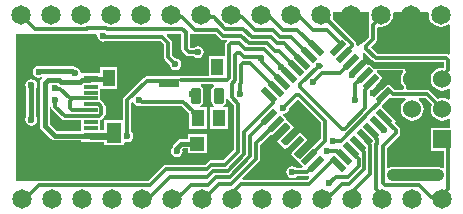
<source format=gtl>
G04*
G04 #@! TF.GenerationSoftware,Altium Limited,Altium Designer,20.1.10 (176)*
G04*
G04 Layer_Physical_Order=1*
G04 Layer_Color=255*
%FSLAX25Y25*%
%MOIN*%
G70*
G04*
G04 #@! TF.SameCoordinates,773EA745-F9F6-403D-839C-D9EBE2D74CCE*
G04*
G04*
G04 #@! TF.FilePolarity,Positive*
G04*
G01*
G75*
%ADD10C,0.01181*%
%ADD12C,0.01575*%
%ADD14R,0.04331X0.05709*%
G04:AMPARAMS|DCode=15|XSize=20mil|YSize=58mil|CornerRadius=0mil|HoleSize=0mil|Usage=FLASHONLY|Rotation=225.000|XOffset=0mil|YOffset=0mil|HoleType=Round|Shape=Rectangle|*
%AMROTATEDRECTD15*
4,1,4,-0.01344,0.02758,0.02758,-0.01344,0.01344,-0.02758,-0.02758,0.01344,-0.01344,0.02758,0.0*
%
%ADD15ROTATEDRECTD15*%

G04:AMPARAMS|DCode=16|XSize=20mil|YSize=58mil|CornerRadius=0mil|HoleSize=0mil|Usage=FLASHONLY|Rotation=315.000|XOffset=0mil|YOffset=0mil|HoleType=Round|Shape=Rectangle|*
%AMROTATEDRECTD16*
4,1,4,-0.02758,-0.01344,0.01344,0.02758,0.02758,0.01344,-0.01344,-0.02758,-0.02758,-0.01344,0.0*
%
%ADD16ROTATEDRECTD16*%

G04:AMPARAMS|DCode=17|XSize=33.86mil|YSize=53.54mil|CornerRadius=8.47mil|HoleSize=0mil|Usage=FLASHONLY|Rotation=180.000|XOffset=0mil|YOffset=0mil|HoleType=Round|Shape=RoundedRectangle|*
%AMROUNDEDRECTD17*
21,1,0.03386,0.03661,0,0,180.0*
21,1,0.01693,0.05354,0,0,180.0*
1,1,0.01693,-0.00847,0.01831*
1,1,0.01693,0.00847,0.01831*
1,1,0.01693,0.00847,-0.01831*
1,1,0.01693,-0.00847,-0.01831*
%
%ADD17ROUNDEDRECTD17*%
%ADD18R,0.06693X0.03150*%
%ADD19R,0.04921X0.06693*%
%ADD20R,0.04016X0.05787*%
%ADD21R,0.04724X0.04724*%
%ADD22R,0.07874X0.08583*%
%ADD23R,0.04528X0.01181*%
%ADD24R,0.04528X0.02362*%
%ADD40C,0.02362*%
%ADD41C,0.03937*%
%ADD42C,0.06496*%
%ADD43R,0.06024X0.06024*%
%ADD44C,0.06024*%
%ADD45C,0.02362*%
G36*
X183007Y154507D02*
X183462Y154202D01*
X184000Y154095D01*
X185093D01*
X185300Y153595D01*
X185006Y153302D01*
X184702Y152846D01*
X184595Y152308D01*
Y148642D01*
X179091D01*
Y142082D01*
X169756D01*
X169620Y142055D01*
X161866D01*
Y141905D01*
X158500D01*
X157962Y141798D01*
X157507Y141493D01*
X151006Y134994D01*
X150702Y134538D01*
X150595Y134000D01*
Y127319D01*
X144252D01*
Y124176D01*
X142815D01*
Y127304D01*
X143136Y127367D01*
X143592Y127672D01*
X144399Y128479D01*
X144703Y128935D01*
X144810Y129473D01*
Y131795D01*
X144703Y132333D01*
X144399Y132789D01*
X143592Y133596D01*
X143136Y133900D01*
X142815Y133964D01*
Y137418D01*
X143055Y137819D01*
X148645D01*
Y145181D01*
X143055D01*
Y143436D01*
X142815Y143035D01*
X139958D01*
X139764Y143074D01*
X139570Y143035D01*
X136713D01*
X136424Y143416D01*
X136354Y143768D01*
X135919Y144419D01*
X135268Y144854D01*
X134500Y145007D01*
X134495Y145006D01*
X134145Y145239D01*
X133531Y145362D01*
X133531Y145362D01*
X123858D01*
X123395Y145269D01*
X123268Y145354D01*
X122500Y145507D01*
X121732Y145354D01*
X121081Y144919D01*
X120646Y144268D01*
X120493Y143500D01*
X120646Y142732D01*
X121081Y142081D01*
X121732Y141646D01*
X122500Y141493D01*
X123268Y141646D01*
X123468Y141779D01*
X123787Y141391D01*
X123365Y140969D01*
X123017Y140448D01*
X122894Y139833D01*
X122894Y139833D01*
Y125493D01*
X122894Y125493D01*
X123017Y124879D01*
X123365Y124358D01*
X126688Y121034D01*
X126688Y121034D01*
X127209Y120686D01*
X127824Y120564D01*
X127824Y120564D01*
X136713D01*
Y120201D01*
X139570D01*
X139764Y120162D01*
X144252D01*
Y119051D01*
X150748D01*
Y119880D01*
X151158Y120155D01*
X151248Y120142D01*
X152000Y119993D01*
X152768Y120146D01*
X153419Y120581D01*
X153854Y121232D01*
X154007Y122000D01*
X153854Y122768D01*
X153419Y123419D01*
X153405Y123429D01*
Y133115D01*
X153625Y133288D01*
X153797Y133269D01*
X154210Y133136D01*
X154581Y132581D01*
X155232Y132146D01*
X156000Y131993D01*
X156527Y132098D01*
X156889Y132026D01*
X170133D01*
X172477Y129682D01*
Y129575D01*
X172504Y129439D01*
Y124358D01*
X178409D01*
Y131642D01*
X176407D01*
X176314Y132095D01*
X176324Y132142D01*
X176847Y132491D01*
X177208Y133032D01*
X177335Y133669D01*
Y137331D01*
X177208Y137968D01*
X176847Y138509D01*
X176453Y138772D01*
X176604Y139272D01*
X180718D01*
X180870Y138772D01*
X180476Y138509D01*
X180114Y137968D01*
X179988Y137331D01*
Y133669D01*
X180114Y133032D01*
X180476Y132491D01*
X180999Y132142D01*
X181009Y132095D01*
X180916Y131642D01*
X179591D01*
Y124358D01*
X185496D01*
Y131642D01*
X184084D01*
X183991Y132095D01*
X184001Y132142D01*
X184524Y132491D01*
X184886Y133032D01*
X185012Y133669D01*
Y134497D01*
X185093Y134606D01*
X185402Y134573D01*
X185643Y134402D01*
X185948Y133947D01*
X187595Y132299D01*
Y117434D01*
X184066Y113905D01*
X179932D01*
X179395Y113798D01*
X178939Y113494D01*
X177850Y112405D01*
X165000D01*
X164462Y112298D01*
X164006Y111994D01*
X159044Y107031D01*
X122626D01*
X122470Y107000D01*
X115000D01*
Y156000D01*
X141698D01*
X142016Y155614D01*
X141993Y155500D01*
X142146Y154732D01*
X142581Y154081D01*
X143232Y153646D01*
X144000Y153493D01*
X144513Y153595D01*
X163121D01*
X164095Y152621D01*
Y148500D01*
X164202Y147962D01*
X164506Y147506D01*
X165996Y146017D01*
X165993Y146000D01*
X166146Y145232D01*
X166581Y144581D01*
X167232Y144146D01*
X168000Y143993D01*
X168768Y144146D01*
X169419Y144581D01*
X169854Y145232D01*
X170007Y146000D01*
X169854Y146768D01*
X169419Y147419D01*
X168768Y147854D01*
X168000Y148007D01*
X167983Y148004D01*
X166905Y149082D01*
Y153203D01*
X166798Y153740D01*
X166493Y154196D01*
X165190Y155500D01*
X165397Y156000D01*
X170036D01*
Y151000D01*
X170143Y150462D01*
X170448Y150006D01*
X171448Y149006D01*
X171903Y148702D01*
X172441Y148595D01*
X174071D01*
X174081Y148581D01*
X174732Y148146D01*
X175500Y147993D01*
X176268Y148146D01*
X176919Y148581D01*
X177354Y149232D01*
X177507Y150000D01*
X177354Y150768D01*
X176919Y151419D01*
X176268Y151854D01*
X175500Y152007D01*
X174732Y151854D01*
X174081Y151419D01*
X174071Y151405D01*
X173023D01*
X172846Y151582D01*
Y156000D01*
X181513D01*
X183007Y154507D01*
D02*
G37*
G36*
X126702Y131293D02*
X127006Y130837D01*
X130172Y127672D01*
X130628Y127367D01*
X131165Y127260D01*
X136713D01*
Y123775D01*
X128489D01*
X126106Y126158D01*
Y131728D01*
X126606Y131777D01*
X126702Y131293D01*
D02*
G37*
G36*
X206332Y125168D02*
X206320Y124611D01*
X202042Y120333D01*
X204570Y117805D01*
X204890Y118125D01*
X205118Y118080D01*
X205425Y118141D01*
X205685Y118315D01*
X209435Y122065D01*
X210828Y120672D01*
X207078Y116922D01*
X206904Y116662D01*
X206842Y116355D01*
X206864Y116245D01*
X206497Y115878D01*
X208760Y113615D01*
X210470Y111905D01*
X210263Y111405D01*
X208429D01*
X208419Y111419D01*
X207768Y111854D01*
X207000Y112007D01*
X206232Y111854D01*
X205581Y111419D01*
X205146Y110768D01*
X204993Y110000D01*
X205146Y109232D01*
X205581Y108581D01*
X206232Y108146D01*
X207000Y107993D01*
X207768Y108146D01*
X208419Y108581D01*
X208429Y108595D01*
X212000D01*
X212501Y108695D01*
X212530Y108672D01*
X212665Y108152D01*
X211918Y107405D01*
X190599D01*
X190392Y107905D01*
X195993Y113506D01*
X196298Y113962D01*
X196405Y114500D01*
Y119090D01*
X199845Y122530D01*
X200115Y122260D01*
X204678Y126822D01*
X206332Y125168D01*
D02*
G37*
G36*
X216536Y126477D02*
Y121536D01*
X209500Y114500D01*
X207645Y116355D01*
X212048Y120757D01*
X209520Y123285D01*
X205118Y118883D01*
X203500Y120500D01*
X207500Y124500D01*
X207190Y124810D01*
X207593Y125212D01*
X205065Y127740D01*
X203777Y129027D01*
X203968Y129427D01*
X204016Y129496D01*
X204768Y129646D01*
X205419Y130081D01*
X205854Y130732D01*
X206007Y131500D01*
X206004Y131517D01*
X208750Y134263D01*
X216536Y126477D01*
D02*
G37*
G36*
X252512Y163124D02*
X252430Y162500D01*
X252568Y161446D01*
X252975Y160465D01*
X253622Y159622D01*
X254465Y158975D01*
X255447Y158568D01*
X256500Y158430D01*
X257554Y158568D01*
X258535Y158975D01*
X259000Y159332D01*
X259500Y159085D01*
Y149462D01*
X259000Y149195D01*
X258846Y149298D01*
X258308Y149405D01*
X235383D01*
X233137Y151650D01*
X234993Y153507D01*
X235298Y153962D01*
X235405Y154500D01*
Y158070D01*
X235905Y158508D01*
X236500Y158430D01*
X237554Y158568D01*
X238535Y158975D01*
X239378Y159622D01*
X240025Y160465D01*
X240432Y161446D01*
X240570Y162500D01*
X240488Y163124D01*
X240818Y163500D01*
X252182D01*
X252512Y163124D01*
D02*
G37*
G36*
X232496Y163000D02*
X232430Y162500D01*
X232500Y161967D01*
Y154987D01*
X231052Y153539D01*
X229000Y152000D01*
X228202Y152679D01*
X228099Y153197D01*
X227794Y153653D01*
X220500Y160947D01*
Y161966D01*
X220570Y162500D01*
X220504Y163000D01*
X220544Y163500D01*
X232456D01*
X232496Y163000D01*
D02*
G37*
G36*
X233807Y147006D02*
X234263Y146702D01*
X234801Y146595D01*
X257595D01*
Y145133D01*
X257219Y144803D01*
X257000Y144832D01*
X256008Y144701D01*
X255084Y144319D01*
X254290Y143710D01*
X253681Y142916D01*
X253299Y141992D01*
X253168Y141000D01*
X253299Y140008D01*
X253681Y139084D01*
X254290Y138290D01*
X255084Y137681D01*
X256008Y137299D01*
X257000Y137168D01*
X257992Y137299D01*
X258916Y137681D01*
X259052Y137785D01*
X259500Y137564D01*
Y134436D01*
X259052Y134215D01*
X258916Y134319D01*
X257992Y134701D01*
X257000Y134832D01*
X256008Y134701D01*
X255497Y134490D01*
X252993Y136994D01*
X252538Y137298D01*
X252000Y137405D01*
X245382D01*
X245362Y137412D01*
X245169Y137567D01*
X245167Y137569D01*
X245058Y137689D01*
X245002Y137905D01*
X245004Y137912D01*
Y138062D01*
X245000Y138079D01*
Y138333D01*
X244995Y138358D01*
Y138410D01*
X244985Y138462D01*
Y138489D01*
X244980Y138515D01*
X244973Y138530D01*
X244968Y138618D01*
X244944Y138665D01*
X244934Y138717D01*
X244885Y138791D01*
X244881Y138806D01*
X244869Y138830D01*
X244852Y138851D01*
X244829Y138899D01*
X244797Y138940D01*
X244786Y138963D01*
X244383Y139489D01*
X244383Y139489D01*
X244383Y139489D01*
X244081Y140218D01*
X243978Y141000D01*
X244081Y141782D01*
X244383Y142511D01*
X244383Y142511D01*
X244685Y142906D01*
X244725Y142986D01*
X244777Y143058D01*
X244794Y143125D01*
X244824Y143187D01*
X244830Y143276D01*
X244851Y143363D01*
X244840Y143430D01*
X244844Y143499D01*
X244816Y143584D01*
X244802Y143672D01*
X244654Y144072D01*
X244640Y144095D01*
X244634Y144122D01*
X244559Y144228D01*
X244491Y144339D01*
X244469Y144355D01*
X244453Y144378D01*
X244352Y144473D01*
X244286Y144515D01*
X244229Y144569D01*
X244223Y144573D01*
X244158Y144598D01*
X244101Y144636D01*
X244090Y144638D01*
X244087Y144640D01*
X244045Y144647D01*
X244013Y144653D01*
X243930Y144685D01*
X243861Y144684D01*
X243793Y144697D01*
X235384D01*
X235077Y144636D01*
X234816Y144462D01*
X234213Y144412D01*
X232430Y146195D01*
X232118Y145882D01*
X230500Y147500D01*
Y148119D01*
X230503Y148122D01*
X230500Y148125D01*
Y149607D01*
X231000Y149814D01*
X233807Y147006D01*
D02*
G37*
G36*
X243800Y143890D02*
X243901Y143795D01*
X244048Y143394D01*
X243746Y143000D01*
X243746Y143000D01*
X243681Y142916D01*
X243641Y142818D01*
X243641Y142818D01*
X243299Y141992D01*
X243168Y141000D01*
X243299Y140008D01*
X243641Y139182D01*
X243641Y139182D01*
X243681Y139084D01*
X243746Y139000D01*
X243746Y139000D01*
X244149Y138475D01*
X244161Y138451D01*
X244192Y138410D01*
Y138358D01*
X244197Y138333D01*
Y138079D01*
X244201Y138062D01*
Y137912D01*
X244202Y137905D01*
X244201Y137898D01*
X243892Y137466D01*
X243888Y137462D01*
X243777Y137405D01*
X241220D01*
X239077Y139548D01*
X236933Y137405D01*
X236595D01*
X235000Y139000D01*
X236500Y140500D01*
X236337Y140663D01*
X237150Y141475D01*
X235193Y143432D01*
X235384Y143894D01*
X243793D01*
X243800Y143890D01*
D02*
G37*
G36*
X239599Y135006D02*
X240055Y134702D01*
X240592Y134595D01*
X244623D01*
X244793Y134095D01*
X244290Y133710D01*
X243681Y132916D01*
X243299Y131992D01*
X243168Y131000D01*
X243299Y130008D01*
X243681Y129084D01*
X244290Y128290D01*
X245084Y127681D01*
X246008Y127299D01*
X247000Y127168D01*
X247992Y127299D01*
X248916Y127681D01*
X249710Y128290D01*
X250319Y129084D01*
X250701Y130008D01*
X250832Y131000D01*
X250701Y131992D01*
X250319Y132916D01*
X249710Y133710D01*
X249207Y134095D01*
X249377Y134595D01*
X251418D01*
X253510Y132503D01*
X253299Y131992D01*
X253168Y131000D01*
X253299Y130008D01*
X253681Y129084D01*
X254290Y128290D01*
X255084Y127681D01*
X256008Y127299D01*
X257000Y127168D01*
X257992Y127299D01*
X258916Y127681D01*
X259052Y127785D01*
X259500Y127564D01*
Y124799D01*
X253201D01*
Y117201D01*
X257595D01*
Y111500D01*
X256717D01*
X256271Y111685D01*
X255551Y111780D01*
X240500D01*
X239781Y111685D01*
X239334Y111500D01*
X238559D01*
Y118072D01*
X242504Y122017D01*
X242809Y122473D01*
X242916Y123011D01*
Y123989D01*
X242809Y124527D01*
X242504Y124983D01*
X241056Y126431D01*
X241605Y126979D01*
X237000Y131584D01*
Y132245D01*
X237267Y132645D01*
X238727Y134104D01*
X238804Y134220D01*
X239595Y135011D01*
X239599Y135006D01*
D02*
G37*
%LPC*%
G36*
X120000Y141007D02*
X119232Y140854D01*
X118581Y140419D01*
X118146Y139768D01*
X117993Y139000D01*
X118146Y138232D01*
X118394Y137860D01*
Y128640D01*
X118146Y128268D01*
X117993Y127500D01*
X118146Y126732D01*
X118581Y126081D01*
X119232Y125646D01*
X120000Y125493D01*
X120768Y125646D01*
X121419Y126081D01*
X121854Y126732D01*
X122007Y127500D01*
X121854Y128268D01*
X121606Y128640D01*
Y137860D01*
X121854Y138232D01*
X122007Y139000D01*
X121854Y139768D01*
X121419Y140419D01*
X120768Y140854D01*
X120000Y141007D01*
D02*
G37*
G36*
X178516Y122650D02*
X172216D01*
Y121106D01*
X170062D01*
X169448Y120983D01*
X168927Y120635D01*
X168927Y120635D01*
X167515Y119224D01*
X167167Y118703D01*
X167115Y118442D01*
X167081Y118419D01*
X166646Y117768D01*
X166493Y117000D01*
X166646Y116232D01*
X167081Y115581D01*
X167732Y115146D01*
X168500Y114993D01*
X169268Y115146D01*
X169919Y115581D01*
X170354Y116232D01*
X170507Y117000D01*
X170402Y117529D01*
X170729Y117894D01*
X172216D01*
Y116350D01*
X178516D01*
Y122650D01*
D02*
G37*
%LPD*%
D10*
X129736Y137835D02*
X133000Y134571D01*
X128165Y137835D02*
X129736D01*
X128000Y138000D02*
X128165Y137835D01*
X133000Y134571D02*
X134000D01*
X186500Y106000D02*
X195000Y114500D01*
Y119672D02*
X201459Y126131D01*
X195000Y114500D02*
Y119672D01*
X186216Y108500D02*
X193000Y115284D01*
Y122056D01*
X199267Y128323D01*
X185432Y110500D02*
X191000Y116068D01*
Y123419D02*
X200483Y132903D01*
X191000Y116068D02*
Y123419D01*
X157000Y101000D02*
X158017Y102017D01*
X166250Y108250D02*
X178466D01*
X158017Y102017D02*
X160017D01*
X166250Y108250D01*
X178466D02*
X180716Y110500D01*
X173323Y105823D02*
X178823D01*
X170057Y102618D02*
X170118D01*
X173323Y105823D01*
X168438Y101000D02*
X170057Y102618D01*
X167000Y101000D02*
X168438D01*
X178432Y111000D02*
X179932Y112500D01*
X184648D02*
X189000Y116852D01*
X179932Y112500D02*
X184648D01*
X180716Y110500D02*
X185432D01*
X181500Y108500D02*
X186216D01*
X178823Y105823D02*
X181500Y108500D01*
X177500Y101000D02*
X182500Y106000D01*
X186500D01*
X189000Y116852D02*
Y132881D01*
X165000Y111000D02*
X178432D01*
X186941Y134940D02*
X189000Y132881D01*
X188017Y103455D02*
Y104017D01*
X190000Y106000D02*
X212500D01*
X188017Y104017D02*
X190000Y106000D01*
X187562Y103000D02*
X188017Y103455D01*
X186941Y134940D02*
Y139526D01*
X187969Y140554D01*
X159626Y105626D02*
X165000Y111000D01*
X122626Y105626D02*
X159626D01*
X133000Y131326D02*
Y133571D01*
X133692Y130634D02*
X139764D01*
X133000Y131326D02*
X133692Y130634D01*
X133000Y133571D02*
X134000Y134571D01*
X128000Y131831D02*
X131165Y128665D01*
X128000Y131831D02*
Y134000D01*
X156889Y133431D02*
X170715D01*
X173882Y130264D01*
Y129575D02*
X175957Y127500D01*
X173882Y129575D02*
Y130264D01*
X152000Y134000D02*
X158500Y140500D01*
X165193D02*
X166000Y139693D01*
X158500Y140500D02*
X165193D01*
X165500Y148500D02*
Y153203D01*
Y148500D02*
X168000Y146000D01*
X197500Y151000D02*
X204500Y144000D01*
X169756Y140677D02*
X185308D01*
X186000Y141369D01*
X152000Y122000D02*
Y134000D01*
X156000D02*
X156320D01*
X156889Y133431D01*
X171441Y151000D02*
Y156741D01*
X172441Y150000D02*
X175500D01*
X171441Y151000D02*
X172441Y150000D01*
X170308Y157874D02*
X171441Y156741D01*
X145245Y157874D02*
X170308D01*
X163703Y155000D02*
X165500Y153203D01*
X144500Y155000D02*
X163703D01*
X144000Y155500D02*
X144500Y155000D01*
X138416Y157874D02*
X138601Y158059D01*
X121126Y157874D02*
X138416D01*
X145060Y158059D02*
X145245Y157874D01*
X138601Y158059D02*
X145060D01*
X187969Y140554D02*
Y149169D01*
X189500Y136000D02*
Y139301D01*
X186000Y141369D02*
Y152308D01*
X189500Y139301D02*
X189937Y139738D01*
Y145733D01*
X186000Y152308D02*
X186692Y153000D01*
X188660Y149861D02*
X189639D01*
X189937Y145733D02*
X190629Y146425D01*
X192903D01*
X189639Y149861D02*
X191000Y148500D01*
X186692Y153000D02*
X189284D01*
X187969Y149169D02*
X188660Y149861D01*
X191000Y148500D02*
X195218D01*
X191284Y151000D02*
X197500D01*
X189284Y153000D02*
X191284Y151000D01*
X190000Y155500D02*
X192500Y153000D01*
X198648D01*
X184000Y155500D02*
X190000D01*
X195492Y148226D02*
X196274D01*
X195218Y148500D02*
X195492Y148226D01*
X192903Y146425D02*
X201459Y137869D01*
X190626Y157874D02*
X193500Y155000D01*
X200000D01*
X196274Y148226D02*
X196500Y148000D01*
X194500Y157500D02*
X200603D01*
X190368Y161632D02*
X194500Y157500D01*
X228000Y139237D02*
X231086Y142324D01*
X228000Y134000D02*
Y139237D01*
X224489Y124489D02*
X231406Y131406D01*
X209680Y139299D02*
X215790Y145409D01*
X223511Y124489D02*
X224489D01*
X209680Y138320D02*
X223511Y124489D01*
X209680Y138320D02*
Y139299D01*
X217941Y120269D02*
Y127059D01*
X208261Y135761D02*
X209239D01*
X217941Y127059D01*
X204000Y131500D02*
X208261Y135761D01*
X233374Y130590D02*
Y130590D01*
X237733Y135098D02*
Y135677D01*
X235975Y133339D02*
X237733Y135098D01*
X235975Y133191D02*
Y133339D01*
X233374Y130590D02*
X235975Y133191D01*
X223284Y120500D02*
X233374Y130590D01*
X231523Y137797D02*
X233278Y139553D01*
X231523Y137642D02*
Y137797D01*
X220500Y120500D02*
X223284D01*
X231406Y137525D02*
X231523Y137642D01*
X233278Y139553D02*
Y140132D01*
X231406Y131406D02*
Y137525D01*
X216000Y145500D02*
X216680D01*
X214000Y140000D02*
X216941Y142941D01*
X216590Y145409D02*
X216680Y145500D01*
X216941Y142941D02*
X222794D01*
X226632Y146779D01*
X231640Y151161D02*
Y152140D01*
X234000Y154500D02*
Y159151D01*
X231640Y151161D02*
X234801Y148000D01*
X231640Y152140D02*
X234000Y154500D01*
Y159151D02*
X236500Y161651D01*
Y162500D01*
X234801Y148000D02*
X258308D01*
X257000Y142113D02*
X259000Y144113D01*
X257000Y141000D02*
Y142113D01*
X259000Y144113D02*
Y147308D01*
X258308Y148000D02*
X259000Y147308D01*
X212631Y114959D02*
X217941Y120269D01*
X259000Y104349D02*
Y119000D01*
X257000Y102349D02*
X259000Y104349D01*
X257000Y121000D02*
X259000Y119000D01*
X235222Y119506D02*
Y120904D01*
X235000Y119284D02*
X235222Y119506D01*
X235000Y104438D02*
Y119284D01*
Y121126D02*
X235222Y120904D01*
X235000Y121126D02*
Y121568D01*
X241511Y123011D02*
Y123989D01*
X235000Y104438D02*
X237000Y102438D01*
X237733Y127767D02*
X241511Y123989D01*
X237154Y106318D02*
X237845Y105626D01*
X237154Y118654D02*
X241511Y123011D01*
X237845Y105626D02*
X249374D01*
X237154Y106318D02*
Y118654D01*
X233278Y123289D02*
X235000Y121568D01*
X237000Y101000D02*
Y102438D01*
X233278Y123289D02*
Y123868D01*
X229095Y112094D02*
Y114362D01*
X228824Y118834D02*
X231063Y116595D01*
X228017Y104517D02*
X233032Y109531D01*
X225500Y108500D02*
X229095Y112094D01*
X226632Y116825D02*
Y117221D01*
X231063Y111063D02*
Y116595D01*
X228824Y118834D02*
Y119413D01*
X233032Y109531D02*
Y119152D01*
X231086Y121097D02*
X233032Y119152D01*
X226632Y116825D02*
X229095Y114362D01*
X226000Y106000D02*
X231063Y111063D01*
X231086Y121097D02*
Y121676D01*
X235541Y126131D02*
X237672Y124000D01*
X237500D02*
X237672D01*
X224369Y149469D02*
X226800Y151900D01*
Y152660D01*
X216960Y162500D02*
X226800Y152660D01*
X224369Y149041D02*
Y149469D01*
X216500Y162500D02*
X216960D01*
X226632Y146779D02*
X226632D01*
X215790Y145409D02*
X216590D01*
X249374Y105626D02*
X253132Y101868D01*
X219305Y106375D02*
X219375D01*
X221500Y108500D02*
X225500D01*
X219375Y106375D02*
X221500Y108500D01*
X227000Y101000D02*
X228017Y102017D01*
Y104517D01*
X223500Y106000D02*
X226000D01*
X217000Y101000D02*
X218438D01*
X220057Y102618D01*
X220118D01*
X223500Y106000D01*
X201103Y150545D02*
X202455D01*
X208176Y144587D02*
Y144824D01*
X202455Y150545D02*
X208176Y144824D01*
X204084Y153063D02*
X210368Y146779D01*
X201937Y153063D02*
X204084D01*
X198648Y153000D02*
X201103Y150545D01*
X177000Y101000D02*
X177500D01*
X199267Y135677D02*
X200610Y134334D01*
Y133754D02*
Y134334D01*
X200483Y133628D02*
X200610Y133754D01*
X200483Y132903D02*
Y133628D01*
X212500Y106000D02*
X220432Y113932D01*
X221011D01*
X222177Y112767D01*
X218500Y117000D02*
X221749D01*
X223790Y114959D01*
X224369D01*
X184584Y157874D02*
X190626D01*
X174500Y157500D02*
X182000D01*
X166500Y162500D02*
X167368Y161632D01*
X170368D01*
X174500Y157500D01*
X182000D02*
X184000Y155500D01*
X180826Y161632D02*
X184584Y157874D01*
X200000Y155000D02*
X201937Y153063D01*
X203000Y155103D02*
X206569D01*
X204000Y157500D02*
X208556D01*
X197517Y161483D02*
X200017D01*
X204000Y157500D01*
X200603D02*
X203000Y155103D01*
X177368Y161632D02*
X180826D01*
X187368D02*
X190368D01*
X206569Y155103D02*
X212631Y149041D01*
X212631D01*
X197000Y162000D02*
X197517Y161483D01*
X208556Y157500D02*
X214823Y151233D01*
X210017Y161483D02*
X214000Y157500D01*
X218500D02*
X223182Y152818D01*
X214000Y157500D02*
X218500D01*
X206500Y162500D02*
X207517Y161483D01*
X210017D01*
X222177Y151233D02*
X223182Y152239D01*
Y152818D01*
X176500Y162500D02*
X177368Y161632D01*
X186500Y162500D02*
X187368Y161632D01*
X252000Y136000D02*
X257000Y131000D01*
X239035Y136978D02*
X239614D01*
X240592Y136000D01*
X252000D01*
X237733Y127767D02*
Y128323D01*
X256132Y101868D02*
X257000Y101000D01*
X253132Y101868D02*
X256132D01*
X257000Y101000D02*
Y102349D01*
X207000Y110000D02*
X212000D01*
X131165Y128665D02*
X139764D01*
X117000Y162000D02*
X121126Y157874D01*
X118000Y101000D02*
X122626Y105626D01*
X139764Y132602D02*
X142598D01*
X143405Y131795D01*
Y129473D02*
Y131795D01*
X142598Y128665D02*
X143405Y129473D01*
X141437Y128665D02*
X142598D01*
X141437Y128665D02*
X141437Y128665D01*
X139764Y128665D02*
X141437D01*
X134000Y134571D02*
X139764D01*
X117000Y101000D02*
X118000D01*
X199267Y128323D02*
Y128323D01*
X196500Y147680D02*
X197000Y147180D01*
Y146853D02*
Y147180D01*
Y146853D02*
X203721Y140132D01*
X212000Y110000D02*
X214767Y112767D01*
X214823D01*
D12*
X231500Y147500D02*
X231713D01*
X168500Y117000D02*
X168651Y117151D01*
Y118088D01*
X127824Y122169D02*
X139764D01*
X120000Y127500D02*
Y139000D01*
X124500Y125493D02*
X127824Y122169D01*
X125423Y140756D02*
X129141D01*
X124500Y125493D02*
Y139833D01*
X125423Y140756D01*
X129897Y140000D02*
X136174D01*
X129141Y140756D02*
X129897Y140000D01*
X136174D02*
X136848Y140673D01*
X137365D01*
X137365Y140673D01*
X139370D01*
X139764Y141067D01*
X123858Y143756D02*
X133531D01*
X123753Y143651D02*
X123858Y143756D01*
X122500Y143500D02*
X122651Y143651D01*
X123753D01*
X133531Y143756D02*
X134287Y143000D01*
X134500D01*
X170062Y119500D02*
X175366D01*
X168651Y118088D02*
X170062Y119500D01*
X139764Y141067D02*
X145417D01*
X146907Y122592D02*
X147500Y123185D01*
X231713Y147500D02*
X232557Y146656D01*
X233082D01*
X234239Y145500D01*
X246000D01*
D14*
X182043Y145000D02*
D03*
X174957D02*
D03*
X175457Y128000D02*
D03*
X182543D02*
D03*
D15*
X199267Y135677D02*
D03*
X201459Y137869D02*
D03*
X203721Y140132D02*
D03*
X205913Y142324D02*
D03*
X208176Y144587D02*
D03*
X210368Y146779D02*
D03*
X212631Y149041D02*
D03*
X214823Y151233D02*
D03*
X237733Y128323D02*
D03*
X235541Y126131D02*
D03*
X233278Y123868D02*
D03*
X231086Y121676D02*
D03*
X228824Y119413D02*
D03*
X226632Y117221D02*
D03*
X224369Y114959D02*
D03*
X222177Y112767D02*
D03*
D16*
Y151233D02*
D03*
X224369Y149041D02*
D03*
X226632Y146779D02*
D03*
X228824Y144587D02*
D03*
X231086Y142324D02*
D03*
X233278Y140132D02*
D03*
X235541Y137869D02*
D03*
X237733Y135677D02*
D03*
X214823Y112767D02*
D03*
X212631Y114959D02*
D03*
X210368Y117221D02*
D03*
X208176Y119413D02*
D03*
X205913Y121676D02*
D03*
X203721Y123868D02*
D03*
X201459Y126131D02*
D03*
X199267Y128323D02*
D03*
D17*
X182500Y135500D02*
D03*
X174823D02*
D03*
D18*
X166000Y126307D02*
D03*
Y139693D02*
D03*
D19*
X147500Y133815D02*
D03*
Y123185D02*
D03*
D20*
X145850Y141500D02*
D03*
X152150D02*
D03*
D21*
X175366Y119500D02*
D03*
X183634D02*
D03*
D22*
X122028Y111500D02*
D03*
Y151736D02*
D03*
X137500Y111500D02*
D03*
Y151736D02*
D03*
D23*
X139764Y130634D02*
D03*
Y132602D02*
D03*
Y128665D02*
D03*
Y134571D02*
D03*
Y126697D02*
D03*
Y136539D02*
D03*
Y124728D02*
D03*
Y138508D02*
D03*
D24*
Y119020D02*
D03*
Y122169D02*
D03*
Y141067D02*
D03*
Y144217D02*
D03*
D40*
X174075Y146381D02*
X174957Y145500D01*
X139764Y122169D02*
X146484D01*
X146907Y122592D01*
D41*
X226500Y161808D02*
X229500Y158808D01*
X240500Y109000D02*
X255551D01*
X226500Y161808D02*
Y162500D01*
D42*
X256500D02*
D03*
X246500D02*
D03*
X236500D02*
D03*
X226500D02*
D03*
X216500D02*
D03*
X206500D02*
D03*
X196500D02*
D03*
X186500D02*
D03*
X176500D02*
D03*
X166500D02*
D03*
X156500D02*
D03*
X146500D02*
D03*
X136500D02*
D03*
X126500D02*
D03*
X116500D02*
D03*
X117000Y101000D02*
D03*
X127000D02*
D03*
X137000D02*
D03*
X147000D02*
D03*
X157000D02*
D03*
X167000D02*
D03*
X177000D02*
D03*
X187000D02*
D03*
X197000D02*
D03*
X207000D02*
D03*
X217000D02*
D03*
X227000D02*
D03*
X237000D02*
D03*
X247000D02*
D03*
X257000D02*
D03*
D43*
Y121000D02*
D03*
D44*
X247000D02*
D03*
X257000Y131000D02*
D03*
X247000D02*
D03*
X257000Y141000D02*
D03*
X247000D02*
D03*
D45*
X231500Y147500D02*
D03*
X168500Y117000D02*
D03*
X119500Y116500D02*
D03*
X120000Y139000D02*
D03*
Y127500D02*
D03*
X128000Y138000D02*
D03*
Y134000D02*
D03*
X168000Y146000D02*
D03*
X173500Y136000D02*
D03*
X152000Y122000D02*
D03*
X156000Y134000D02*
D03*
X134500Y143000D02*
D03*
X173000Y143500D02*
D03*
X175500Y150000D02*
D03*
X182000Y145500D02*
D03*
X161500Y147500D02*
D03*
X144000Y155500D02*
D03*
X146000Y140500D02*
D03*
X139764Y141067D02*
D03*
X126000Y155000D02*
D03*
X143000Y146500D02*
D03*
X133000Y154500D02*
D03*
X144500Y109500D02*
D03*
Y112000D02*
D03*
X122500Y143500D02*
D03*
X228000Y134000D02*
D03*
X216000Y145500D02*
D03*
X213500Y120000D02*
D03*
X182543Y129000D02*
D03*
X183339Y136000D02*
D03*
X229500Y154500D02*
D03*
X234000Y136500D02*
D03*
X242000Y139000D02*
D03*
X247000Y113500D02*
D03*
Y117000D02*
D03*
X227000Y142500D02*
D03*
X243500Y151500D02*
D03*
X255551Y109000D02*
D03*
X240500D02*
D03*
X200500Y119000D02*
D03*
X237500Y124000D02*
D03*
X214000Y140000D02*
D03*
X219305Y106375D02*
D03*
X204000Y131500D02*
D03*
X220500Y120500D02*
D03*
X218500Y117000D02*
D03*
X207000Y110000D02*
D03*
X189500Y136000D02*
D03*
X203250Y145000D02*
D03*
X196500Y148000D02*
D03*
M02*

</source>
